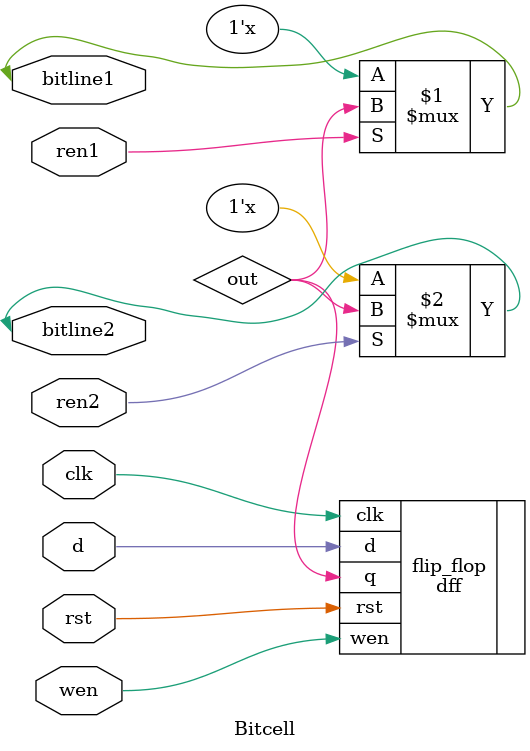
<source format=v>
module Bitcell(
    input clk,
    input rst,
    input d, 
    input wen, //write enable
    input ren1, //read enable
    input ren2, //read enable
    

    inout bitline1,
    inout bitline2
);

wire out;

dff flip_flop(.q(out), 
              .d(d), 
              .wen(wen), 
              .clk(clk), 
              .rst(rst)
);

assign bitline1 = ren1 ? out : 1'bz;
assign bitline2 = ren2 ? out : 1'bz;

endmodule
</source>
